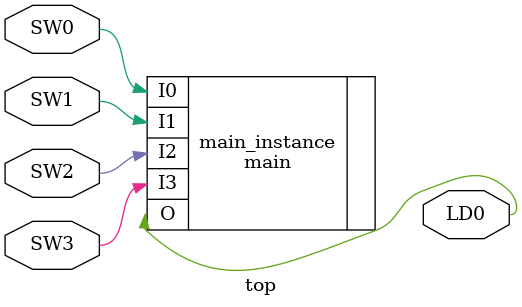
<source format=v>
module top(
  input SW0,
  input SW1,
  input SW2,
  input SW3,
  output LD0
);

main main_instance(
  .I0(SW0),
  .I1(SW1),
  .I2(SW2),
  .I3(SW3),
  .O(LD0)
);

endmodule
</source>
